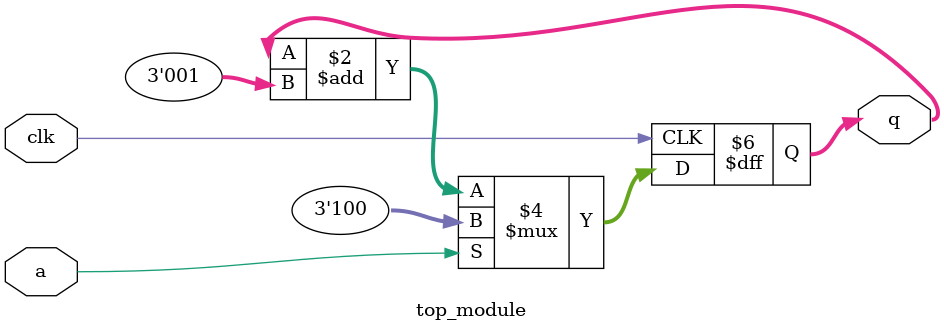
<source format=sv>
module top_module (
    input clk,
    input a, 
    output reg [2:0] q
);

always @(posedge clk) begin
    if (a) begin
        q <= 3'd4;
    end else begin
        q <= q + 3'd1;
    end
end

endmodule

</source>
